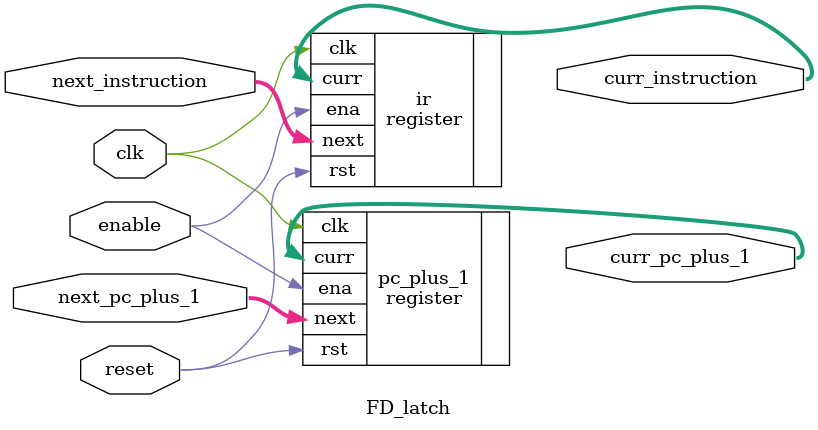
<source format=v>
module FD_latch(reset, next_pc_plus_1, next_instruction, clk, enable, curr_pc_plus_1, curr_instruction);
	input reset, clk, enable;
	input [31:0] next_pc_plus_1, next_instruction;
	output [31:0] curr_pc_plus_1, curr_instruction;
	
	register pc_plus_1(.clk(clk), .ena(enable), .next(next_pc_plus_1), .curr(curr_pc_plus_1), .rst(reset));
	register ir(.clk(clk), .ena(enable), .next(next_instruction), .curr(curr_instruction), .rst(reset));

endmodule
</source>
